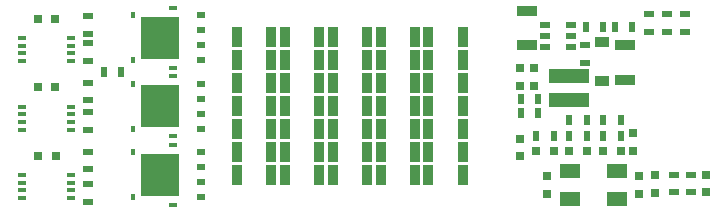
<source format=gbr>
%TF.GenerationSoftware,KiCad,Pcbnew,6.0.4-6f826c9f35~116~ubuntu20.04.1*%
%TF.CreationDate,2022-12-15T23:45:36+00:00*%
%TF.ProjectId,TFESC01,54464553-4330-4312-9e6b-696361645f70,rev?*%
%TF.SameCoordinates,Original*%
%TF.FileFunction,Paste,Top*%
%TF.FilePolarity,Positive*%
%FSLAX46Y46*%
G04 Gerber Fmt 4.6, Leading zero omitted, Abs format (unit mm)*
G04 Created by KiCad (PCBNEW 6.0.4-6f826c9f35~116~ubuntu20.04.1) date 2022-12-15 23:45:36*
%MOMM*%
%LPD*%
G01*
G04 APERTURE LIST*
%ADD10R,0.712000X0.336000*%
%ADD11R,0.800000X0.750000*%
%ADD12R,0.750000X0.800000*%
%ADD13R,0.900000X0.500000*%
%ADD14R,0.500000X0.900000*%
%ADD15R,1.700000X0.900000*%
%ADD16R,1.200000X0.900000*%
%ADD17R,0.848000X0.520000*%
%ADD18R,1.800860X1.198880*%
%ADD19R,0.900000X1.700000*%
%ADD20R,0.800000X0.600000*%
%ADD21R,0.724000X0.396000*%
%ADD22R,0.340000X0.600000*%
%ADD23R,3.284000X3.648000*%
%ADD24R,3.400000X1.300000*%
G04 APERTURE END LIST*
D10*
%TO.C,U4*%
X72895000Y-91025000D03*
X72895000Y-91675000D03*
X72895000Y-92325000D03*
X72895000Y-92975000D03*
X77105000Y-92975000D03*
X77105000Y-92325000D03*
X77105000Y-91675000D03*
X77105000Y-91025000D03*
%TD*%
%TO.C,U5*%
X72895000Y-96825000D03*
X72895000Y-97475000D03*
X72895000Y-98125000D03*
X72895000Y-98775000D03*
X77105000Y-98775000D03*
X77105000Y-98125000D03*
X77105000Y-97475000D03*
X77105000Y-96825000D03*
%TD*%
%TO.C,U6*%
X72895000Y-85225000D03*
X72895000Y-85875000D03*
X72895000Y-86525000D03*
X72895000Y-87175000D03*
X77105000Y-87175000D03*
X77105000Y-86525000D03*
X77105000Y-85875000D03*
X77105000Y-85225000D03*
%TD*%
D11*
%TO.C,C9*%
X74300000Y-95200000D03*
X75800000Y-95200000D03*
%TD*%
%TO.C,C10*%
X74250000Y-89400000D03*
X75750000Y-89400000D03*
%TD*%
%TO.C,C11*%
X74250000Y-83600000D03*
X75750000Y-83600000D03*
%TD*%
%TO.C,C14*%
X123650000Y-94800000D03*
X122150000Y-94800000D03*
%TD*%
%TO.C,C15*%
X120750000Y-94800000D03*
X119250000Y-94800000D03*
%TD*%
%TO.C,C16*%
X117950000Y-94800000D03*
X116450000Y-94800000D03*
%TD*%
D12*
%TO.C,C17*%
X115100000Y-89250000D03*
X115100000Y-87750000D03*
%TD*%
%TO.C,C21*%
X124700000Y-94750000D03*
X124700000Y-93250000D03*
%TD*%
D13*
%TO.C,R4*%
X127550000Y-83200000D03*
X127550000Y-84700000D03*
%TD*%
%TO.C,R5*%
X129100000Y-83200000D03*
X129100000Y-84700000D03*
%TD*%
%TO.C,R12*%
X78500000Y-90500000D03*
X78500000Y-89000000D03*
%TD*%
%TO.C,R13*%
X78500000Y-93000000D03*
X78500000Y-91500000D03*
%TD*%
%TO.C,R14*%
X78500000Y-96350000D03*
X78500000Y-94850000D03*
%TD*%
%TO.C,R15*%
X78500000Y-99100000D03*
X78500000Y-97600000D03*
%TD*%
%TO.C,R16*%
X78500000Y-84900000D03*
X78500000Y-83400000D03*
%TD*%
%TO.C,R17*%
X78500000Y-87150000D03*
X78500000Y-85650000D03*
%TD*%
D14*
%TO.C,R18*%
X123650000Y-93500000D03*
X122150000Y-93500000D03*
%TD*%
%TO.C,R19*%
X120750000Y-93500000D03*
X119250000Y-93500000D03*
%TD*%
%TO.C,R20*%
X117950000Y-93500000D03*
X116450000Y-93500000D03*
%TD*%
D13*
%TO.C,C23*%
X120600000Y-87300000D03*
X120600000Y-85800000D03*
%TD*%
D15*
%TO.C,C24*%
X115650000Y-85800000D03*
X115650000Y-82900000D03*
%TD*%
%TO.C,C25*%
X123950000Y-85850000D03*
X123950000Y-88750000D03*
%TD*%
D16*
%TO.C,D1*%
X122050000Y-88900000D03*
X122050000Y-85600000D03*
%TD*%
D14*
%TO.C,R21*%
X124600000Y-84260000D03*
X123100000Y-84260000D03*
%TD*%
%TO.C,R22*%
X120650000Y-84280000D03*
X122150000Y-84280000D03*
%TD*%
D17*
%TO.C,U8*%
X119400000Y-86000000D03*
X119400000Y-85050000D03*
X119400000Y-84100000D03*
X117200000Y-84100000D03*
X117200000Y-85050000D03*
X117200000Y-86000000D03*
%TD*%
D14*
%TO.C,D3*%
X116650000Y-91600000D03*
X115150000Y-91600000D03*
%TD*%
%TO.C,D4*%
X116650000Y-90400000D03*
X115150000Y-90400000D03*
%TD*%
%TO.C,R28*%
X122150000Y-92200000D03*
X123650000Y-92200000D03*
%TD*%
%TO.C,R29*%
X120750000Y-92200000D03*
X119250000Y-92200000D03*
%TD*%
D12*
%TO.C,C30*%
X125200000Y-96917094D03*
X125200000Y-98417094D03*
%TD*%
%TO.C,C31*%
X117400000Y-98417094D03*
X117400000Y-96917094D03*
%TD*%
D18*
%TO.C,X1*%
X123322290Y-96468214D03*
X119324330Y-98865974D03*
X123322290Y-98865974D03*
X119324330Y-96468214D03*
%TD*%
D19*
%TO.C,C12*%
X110250000Y-94900000D03*
X107350000Y-94900000D03*
%TD*%
%TO.C,C13*%
X95200000Y-94900000D03*
X98100000Y-94900000D03*
%TD*%
%TO.C,C34*%
X102150000Y-91000000D03*
X99250000Y-91000000D03*
%TD*%
%TO.C,C40*%
X110250000Y-91000000D03*
X107350000Y-91000000D03*
%TD*%
%TO.C,C42*%
X94050000Y-94900000D03*
X91150000Y-94900000D03*
%TD*%
%TO.C,C44*%
X102150000Y-85150000D03*
X99250000Y-85150000D03*
%TD*%
%TO.C,C45*%
X95200000Y-85150000D03*
X98100000Y-85150000D03*
%TD*%
%TO.C,C46*%
X95200000Y-92950000D03*
X98100000Y-92950000D03*
%TD*%
%TO.C,C47*%
X110250000Y-92950000D03*
X107350000Y-92950000D03*
%TD*%
%TO.C,C48*%
X103300000Y-96850000D03*
X106200000Y-96850000D03*
%TD*%
%TO.C,C49*%
X103300000Y-85150000D03*
X106200000Y-85150000D03*
%TD*%
%TO.C,C50*%
X102150000Y-92950000D03*
X99250000Y-92950000D03*
%TD*%
%TO.C,C51*%
X103300000Y-87100000D03*
X106200000Y-87100000D03*
%TD*%
%TO.C,C52*%
X103300000Y-94900000D03*
X106200000Y-94900000D03*
%TD*%
%TO.C,C53*%
X102150000Y-94900000D03*
X99250000Y-94900000D03*
%TD*%
%TO.C,C54*%
X95200000Y-96850000D03*
X98100000Y-96850000D03*
%TD*%
%TO.C,C55*%
X103300000Y-92950000D03*
X106200000Y-92950000D03*
%TD*%
%TO.C,C56*%
X102150000Y-96850000D03*
X99250000Y-96850000D03*
%TD*%
%TO.C,C57*%
X95200000Y-91000000D03*
X98100000Y-91000000D03*
%TD*%
%TO.C,C58*%
X94050000Y-91000000D03*
X91150000Y-91000000D03*
%TD*%
%TO.C,C59*%
X102150000Y-89050000D03*
X99250000Y-89050000D03*
%TD*%
%TO.C,C64*%
X110250000Y-96850000D03*
X107350000Y-96850000D03*
%TD*%
%TO.C,C68*%
X110250000Y-89050000D03*
X107350000Y-89050000D03*
%TD*%
%TO.C,C69*%
X94050000Y-96850000D03*
X91150000Y-96850000D03*
%TD*%
%TO.C,C70*%
X102150000Y-87100000D03*
X99250000Y-87100000D03*
%TD*%
%TO.C,C71*%
X95200000Y-89050000D03*
X98100000Y-89050000D03*
%TD*%
%TO.C,C72*%
X95200000Y-87100000D03*
X98100000Y-87100000D03*
%TD*%
%TO.C,C73*%
X103300000Y-91000000D03*
X106200000Y-91000000D03*
%TD*%
D12*
%TO.C,C77*%
X126550000Y-98350000D03*
X126550000Y-96850000D03*
%TD*%
D13*
%TO.C,R31*%
X128150000Y-98300000D03*
X128150000Y-96800000D03*
%TD*%
D14*
%TO.C,R32*%
X79850000Y-88100000D03*
X81350000Y-88100000D03*
%TD*%
D13*
%TO.C,R33*%
X126000000Y-83200000D03*
X126000000Y-84700000D03*
%TD*%
D12*
%TO.C,C78*%
X130850000Y-98300000D03*
X130850000Y-96800000D03*
%TD*%
D13*
%TO.C,R34*%
X129550000Y-98300000D03*
X129550000Y-96800000D03*
%TD*%
D19*
%TO.C,C28*%
X94050000Y-87100000D03*
X91150000Y-87100000D03*
%TD*%
%TO.C,C35*%
X110250000Y-85150000D03*
X107350000Y-85150000D03*
%TD*%
%TO.C,C36*%
X94050000Y-92950000D03*
X91150000Y-92950000D03*
%TD*%
%TO.C,C39*%
X94050000Y-85150000D03*
X91150000Y-85150000D03*
%TD*%
%TO.C,C60*%
X103300000Y-89050000D03*
X106200000Y-89050000D03*
%TD*%
%TO.C,C61*%
X110250000Y-87100000D03*
X107350000Y-87100000D03*
%TD*%
%TO.C,C62*%
X94050000Y-89050000D03*
X91150000Y-89050000D03*
%TD*%
D20*
%TO.C,Q2*%
X88095000Y-89095000D03*
X88095000Y-90365000D03*
X88095000Y-91635000D03*
X88095000Y-92905000D03*
D21*
X85752500Y-88472500D03*
D22*
X82312500Y-89095000D03*
X82312500Y-92905000D03*
D21*
X85752500Y-93527500D03*
D23*
X84577500Y-91000000D03*
%TD*%
D20*
%TO.C,Q4*%
X88100000Y-94895000D03*
X88100000Y-96165000D03*
X88100000Y-98705000D03*
X88100000Y-97435000D03*
D22*
X82317500Y-98705000D03*
D23*
X84582500Y-96800000D03*
D21*
X85757500Y-99327500D03*
D22*
X82317500Y-94895000D03*
D21*
X85757500Y-94272500D03*
%TD*%
D20*
%TO.C,Q6*%
X88100000Y-83295000D03*
X88100000Y-84565000D03*
X88100000Y-85835000D03*
X88100000Y-87105000D03*
D23*
X84582500Y-85200000D03*
D22*
X82317500Y-87105000D03*
D21*
X85757500Y-82672500D03*
X85757500Y-87727500D03*
D22*
X82317500Y-83295000D03*
%TD*%
D12*
%TO.C,C22*%
X115100000Y-93750000D03*
X115100000Y-95250000D03*
%TD*%
%TO.C,C29*%
X116300000Y-87750000D03*
X116300000Y-89250000D03*
%TD*%
D24*
%TO.C,L1*%
X119250000Y-88400000D03*
X119250000Y-90500000D03*
%TD*%
M02*

</source>
